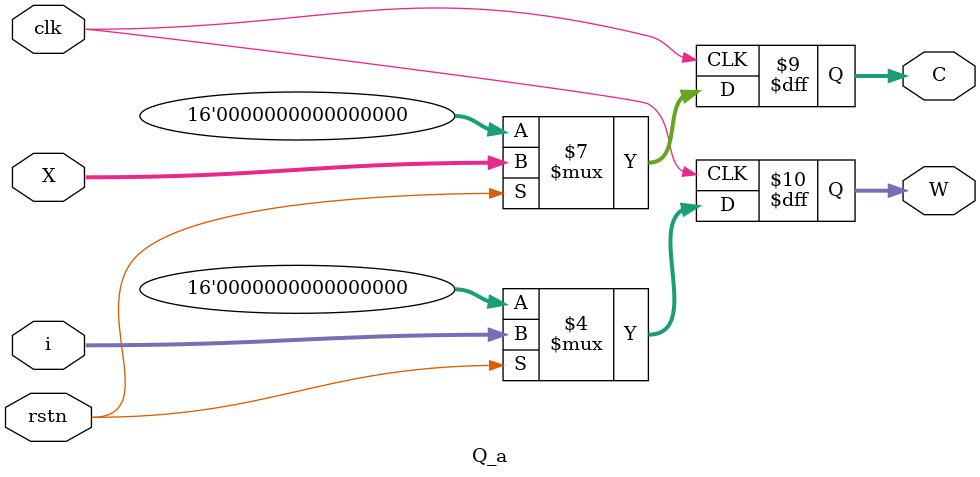
<source format=v>
module Q_a(output reg[15:0]C,
           output reg[15:0]W,
		   input clk, rstn,
           input [15:0] i,
           input [15:0] X
           );

always @(posedge clk) 
       begin
	    if (!rstn) 
		begin
	      C <= 0;
          W <= 0;
	    end 
		else 
		begin
	    	C <= X;
			W <= i;            
	    end
	  end
endmodule
</source>
